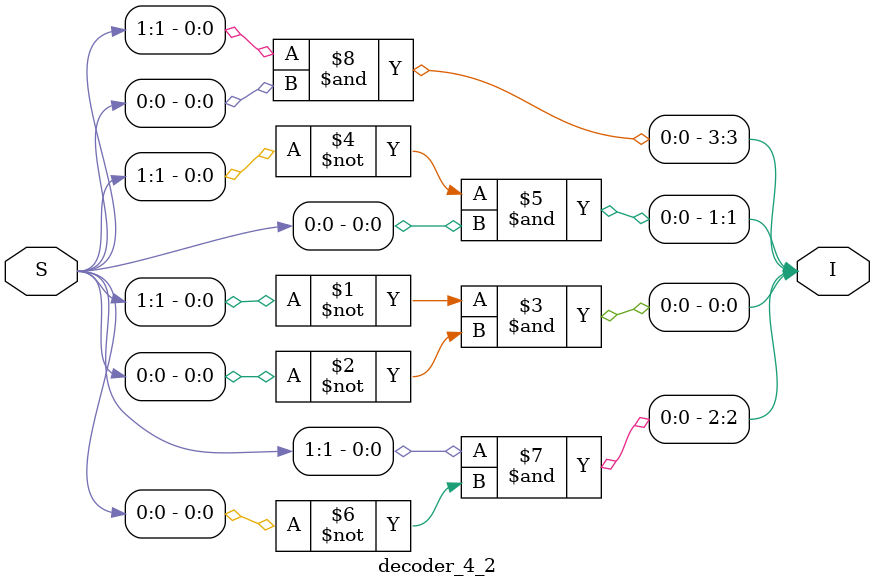
<source format=v>
`timescale 1ns / 1ps
`timescale 1ns / 1ps

module decoder_4_2(
  output [3:0] I,
  input [1:0] S
);

  assign I[0] = ~S[1] & ~S[0];
  assign I[1] = ~S[1] &  S[0];
  assign I[2] =  S[1] & ~S[0];
  assign I[3] =  S[1] &  S[0];

endmodule



</source>
